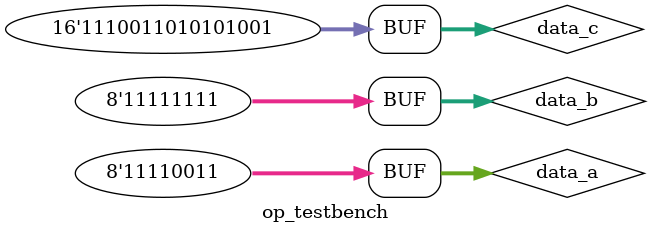
<source format=sv>
`timescale 1ns / 1ps

module op_testbench ();
  logic [7:0] data_a, data_b;
  logic [15:0] data_c;

  initial begin
    data_a = 8'd127;
    data_b = 8'd255;
    
    #10 data_c = data_a - data_b;
    #10 if (data_c[15] == 1) data_c = -data_c;
    #10 data_a = -8'd13;
    #10 if (data_a[7] == 1) data_c = (-data_a[7:0]) * (-data_a[7:0]);
        else data_c = data_a * data_a;
  end

endmodule
</source>
